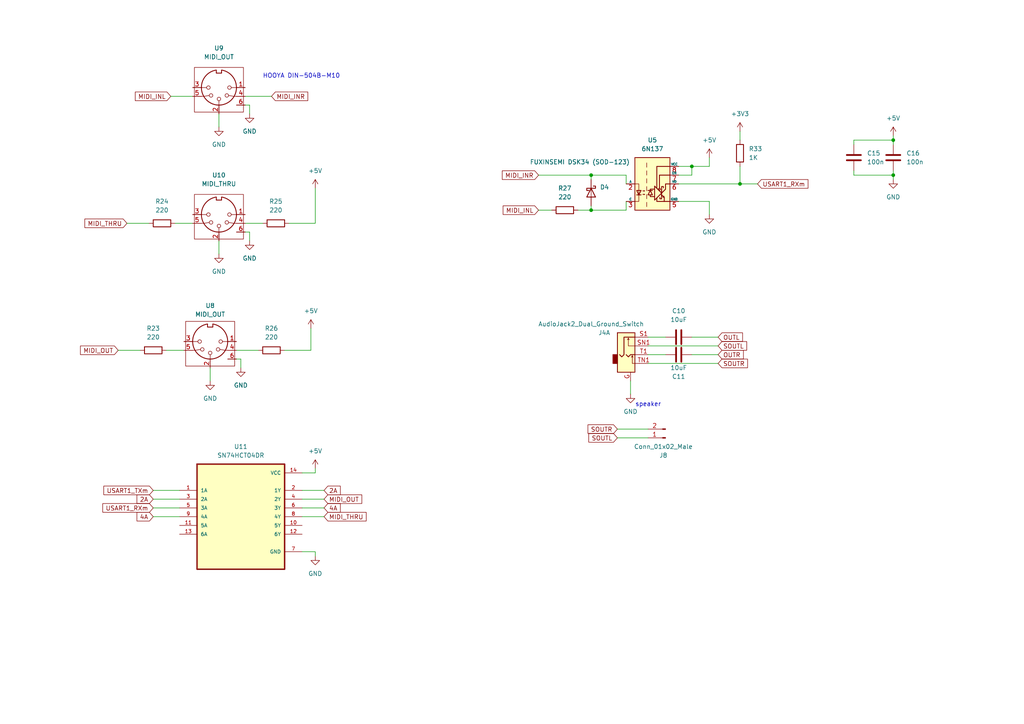
<source format=kicad_sch>
(kicad_sch (version 20211123) (generator eeschema)
  (paper "A4")
  (lib_symbols
    (symbol "Connector:AudioJack2_Dual_Ground_Switch"
      (property "Reference" "J" (at 0 11.43 0))
      (property "Value" "AudioJack2_Dual_Ground_Switch" (at 0 8.89 0))
      (symbol "AudioJack2_Dual_Ground_Switch_0_1"
        (rectangle (start -5.08 0) (end -3.81 -2.54) (stroke (width 0.254)) (fill (type outline)))
        (polyline (pts (xy -0.635 4.826) (xy -0.381 4.318)))
        (polyline (pts (xy 0.508 -0.254) (xy 0.762 -0.762)))
        (polyline (pts (xy 1.27 -2.54) (xy 2.54 -2.54)))
        (polyline (pts (xy 1.27 2.54) (xy 2.54 2.54)))
        (polyline (pts (xy 2.54 0) (xy 1.27 0)))
        (polyline (pts (xy 2.54 5.08) (xy 1.27 5.08)))
        (polyline (pts (xy -1.27 0) (xy -0.635 -0.635) (xy 0 0) (xy 1.27 0)) (stroke (width 0.254)))
        (polyline (pts (xy 1.27 -2.54) (xy 0.508 -2.54) (xy 0.508 -0.254) (xy 0.254 -0.762)))
        (polyline (pts (xy 1.27 2.54) (xy -0.635 2.54) (xy -0.635 4.826) (xy -0.889 4.318)))
        (polyline (pts (xy 1.27 5.08) (xy -1.905 5.08) (xy -1.905 0) (xy -2.54 -0.635) (xy -3.175 0)) (stroke (width 0.254)))
        (rectangle (start 1.27 6.35) (end -3.81 -5.08) (stroke (width 0.254)) (fill (type background)))
      )
      (symbol "AudioJack2_Dual_Ground_Switch_1_1"
        (pin passive line (at 0 -7.62 90) (length 2.54) (name "~") (number "G"))
        (pin passive line (at 5.08 5.08 180) (length 2.54) (name "~") (number "S1"))
        (pin passive line (at 5.08 2.54 180) (length 2.54) (name "~") (number "SN1"))
        (pin passive line (at 5.08 0 180) (length 2.54) (name "~") (number "T1"))
        (pin passive line (at 5.08 -2.54 180) (length 2.54) (name "~") (number "TN1"))
      )
      (symbol "AudioJack2_Dual_Ground_Switch_2_1"
        (pin passive line (at 5.08 5.08 180) (length 2.54) (name "~") (number "S2"))
        (pin passive line (at 5.08 2.54 180) (length 2.54) (name "~") (number "SN2"))
        (pin passive line (at 5.08 0 180) (length 2.54) (name "~") (number "T2"))
        (pin passive line (at 5.08 -2.54 180) (length 2.54) (name "~") (number "TN2"))
      )
    )
    (symbol "Connector:Conn_01x02_Male" (pin_names (offset 1.016) hide)
      (property "Reference" "J" (at 0 2.54 0))
      (property "Value" "Conn_01x02_Male" (at 0 -5.08 0))
      (symbol "Conn_01x02_Male_1_1"
        (polyline (pts (xy 1.27 -2.54) (xy 0.8636 -2.54)) (stroke (width 0.1524)))
        (polyline (pts (xy 1.27 0) (xy 0.8636 0)) (stroke (width 0.1524)))
        (rectangle (start 0.8636 -2.413) (end 0 -2.667) (stroke (width 0.1524)) (fill (type outline)))
        (rectangle (start 0.8636 0.127) (end 0 -0.127) (stroke (width 0.1524)) (fill (type outline)))
        (pin passive line (at 5.08 0 180) (length 3.81) (name "Pin_1") (number "1"))
        (pin passive line (at 5.08 -2.54 180) (length 3.81) (name "Pin_2") (number "2"))
      )
    )
    (symbol "Device:C" (pin_numbers hide) (pin_names (offset 0.254))
      (property "Reference" "C" (at 0.635 2.54 0))
      (property "Value" "C" (at 0.635 -2.54 0))
      (symbol "C_0_1"
        (polyline (pts (xy -2.032 -0.762) (xy 2.032 -0.762)) (stroke (width 0.508)))
        (polyline (pts (xy -2.032 0.762) (xy 2.032 0.762)) (stroke (width 0.508)))
      )
      (symbol "C_1_1"
        (pin passive line (at 0 3.81 270) (length 2.794) (name "~") (number "1"))
        (pin passive line (at 0 -3.81 90) (length 2.794) (name "~") (number "2"))
      )
    )
    (symbol "Device:R" (pin_numbers hide) (pin_names (offset 0))
      (property "Reference" "R" (at 2.032 0 90))
      (property "Value" "R" (at 0 0 90))
      (symbol "R_0_1"
        (rectangle (start -1.016 -2.54) (end 1.016 2.54) (stroke (width 0.254)))
      )
      (symbol "R_1_1"
        (pin passive line (at 0 3.81 270) (length 1.27) (name "~") (number "1"))
        (pin passive line (at 0 -3.81 90) (length 1.27) (name "~") (number "2"))
      )
    )
    (symbol "Diode:BAT42W-V" (pin_numbers hide) (pin_names (offset 1.016) hide)
      (property "Reference" "D" (at 0 2.54 0))
      (property "Value" "BAT42W-V" (at 0 -2.54 0))
      (symbol "BAT42W-V_0_1"
        (polyline (pts (xy 1.27 0) (xy -1.27 0)))
        (polyline (pts (xy 1.27 1.27) (xy 1.27 -1.27) (xy -1.27 0) (xy 1.27 1.27)) (stroke (width 0.254)))
        (polyline (pts (xy -1.905 0.635) (xy -1.905 1.27) (xy -1.27 1.27) (xy -1.27 -1.27) (xy -0.635 -1.27) (xy -0.635 -0.635)) (stroke (width 0.254)))
      )
      (symbol "BAT42W-V_1_1"
        (pin passive line (at -3.81 0 0) (length 2.54) (name "K") (number "1"))
        (pin passive line (at 3.81 0 180) (length 2.54) (name "A") (number "2"))
      )
    )
    (symbol "Isolator:6N137" (pin_names (offset 0))
      (property "Reference" "U" (at -4.064 8.89 0))
      (property "Value" "6N137" (at 0 -8.89 0))
      (symbol "6N137_0_1"
        (polyline (pts (xy 2.667 -3.556) (xy 2.667 -1.651)) (stroke (width 0.254)))
        (polyline (pts (xy 2.667 -2.159) (xy 2.667 -2.921)) (stroke (width 0.254)))
        (polyline (pts (xy 3.429 -3.937) (xy 3.429 -5.08)) (stroke (width 0.254)))
        (polyline (pts (xy -0.635 -3.302) (xy -0.635 -3.683) (xy 0.635 -3.683)) (stroke (width 0.254)))
        (polyline (pts (xy -0.635 -1.905) (xy -0.635 -1.524) (xy 0.508 -1.524)) (stroke (width 0.254)))
        (polyline (pts (xy 1.27 -4.064) (xy 1.27 -5.08) (xy 5.08 -5.08)) (stroke (width 0.254)))
        (polyline (pts (xy 1.27 -1.27) (xy 1.27 5.08) (xy 5.08 5.08)) (stroke (width 0.254)))
        (polyline (pts (xy 2.032 -1.27) (xy 2.032 2.54) (xy 5.08 2.54)) (stroke (width 0.254)))
        (polyline (pts (xy -5.08 -5.08) (xy -3.937 -5.08) (xy -3.937 0) (xy -5.08 0)))
        (polyline (pts (xy 2.667 -3.302) (xy 2.667 -4.318) (xy 2.159 -4.318) (xy 2.159 -3.937)) (stroke (width 0.254)))
        (polyline (pts (xy 2.667 -2.667) (xy 0.635 -4.699) (xy 0.635 -0.635) (xy 2.667 -2.667)) (stroke (width 0.254)))
        (polyline (pts (xy 2.667 -1.778) (xy 2.667 -0.762) (xy 3.175 -0.762) (xy 3.175 -1.143)) (stroke (width 0.254)))
        (polyline (pts (xy 2.794 -2.54) (xy 3.81 -1.524) (xy 3.81 0) (xy 5.08 0)) (stroke (width 0.254)))
        (polyline (pts (xy 2.667 -3.175) (xy 3.429 -3.937) (xy 3.302 -3.556) (xy 3.048 -3.81) (xy 3.429 -3.937)) (stroke (width 0.254)))
        (circle (center 2.032 -1.524) (radius 0.254) (stroke (width 0.254)))
      )
      (symbol "6N137_1_1"
        (rectangle (start -5.08 7.62) (end 5.08 -7.62) (stroke (width 0.254)) (fill (type background)))
        (polyline (pts (xy -4.572 -3.175) (xy -3.302 -3.175)) (stroke (width 0.254)))
        (polyline (pts (xy -1.651 -5.334) (xy -1.651 -6.604)))
        (polyline (pts (xy -1.651 -3.048) (xy -1.651 -4.318)))
        (polyline (pts (xy -1.651 -0.762) (xy -1.651 -2.032)))
        (polyline (pts (xy -1.651 1.524) (xy -1.651 0.254)))
        (polyline (pts (xy -1.651 3.81) (xy -1.651 2.54)))
        (polyline (pts (xy -1.651 6.096) (xy -1.651 4.826)))
        (polyline (pts (xy -1.27 -1.905) (xy 0 -1.905)) (stroke (width 0.254)))
        (polyline (pts (xy -3.937 -3.175) (xy -4.572 -1.905) (xy -3.302 -1.905) (xy -3.937 -3.175)) (stroke (width 0.254)))
        (polyline (pts (xy -0.635 -1.905) (xy -1.27 -3.175) (xy 0 -3.175) (xy -0.635 -1.905)) (stroke (width 0.254)))
        (polyline (pts (xy -2.921 -3.048) (xy -2.159 -3.048) (xy -2.54 -3.175) (xy -2.54 -2.921) (xy -2.159 -3.048)) (stroke (width 0.127)))
        (polyline (pts (xy -2.921 -2.032) (xy -2.159 -2.032) (xy -2.54 -2.159) (xy -2.54 -1.905) (xy -2.159 -2.032)) (stroke (width 0.127)))
        (pin no_connect line (at -5.08 5.08 0) (length 2.54) hide (name "NC") (number "1"))
        (pin passive line (at -7.62 0 0) (length 2.54) (name "A") (number "2"))
        (pin passive line (at -7.62 -5.08 0) (length 2.54) (name "C") (number "3"))
        (pin power_in line (at 7.62 -5.08 180) (length 2.54) (name "GND") (number "5"))
        (pin open_collector line (at 7.62 0 180) (length 2.54) (name "VO") (number "6"))
        (pin input line (at 7.62 2.54 180) (length 2.54) (name "EN") (number "7"))
        (pin power_in line (at 7.62 5.08 180) (length 2.54) (name "VCC") (number "8"))
      )
    )
    (symbol "SN74HCT04N:SN74HCT04N" (pin_names (offset 1.016))
      (property "Reference" "U" (at -12.7 16.24 0))
      (property "Value" "SN74HCT04N" (at -12.7 -19.24 0))
      (symbol "SN74HCT04N_0_0"
        (rectangle (start -12.7 -15.24) (end 12.7 15.24) (stroke (width 0.41)) (fill (type background)))
        (pin input line (at -17.78 7.62 0) (length 5.08) (name "1A") (number "1"))
        (pin output line (at 17.78 -2.54 180) (length 5.08) (name "5Y") (number "10"))
        (pin input line (at -17.78 -2.54 0) (length 5.08) (name "5A") (number "11"))
        (pin output line (at 17.78 -5.08 180) (length 5.08) (name "6Y") (number "12"))
        (pin input line (at -17.78 -5.08 0) (length 5.08) (name "6A") (number "13"))
        (pin power_in line (at 17.78 12.7 180) (length 5.08) (name "VCC") (number "14"))
        (pin output line (at 17.78 7.62 180) (length 5.08) (name "1Y") (number "2"))
        (pin input line (at -17.78 5.08 0) (length 5.08) (name "2A") (number "3"))
        (pin output line (at 17.78 5.08 180) (length 5.08) (name "2Y") (number "4"))
        (pin input line (at -17.78 2.54 0) (length 5.08) (name "3A") (number "5"))
        (pin output line (at 17.78 2.54 180) (length 5.08) (name "3Y") (number "6"))
        (pin power_in line (at 17.78 -10.16 180) (length 5.08) (name "GND") (number "7"))
        (pin output line (at 17.78 0 180) (length 5.08) (name "4Y") (number "8"))
        (pin input line (at -17.78 0 0) (length 5.08) (name "4A") (number "9"))
      )
    )
    (symbol "midi:midi5(+2)"
      (property "Reference" "U" (at 29.21 8.89 0))
      (property "Value" "midi5(+2)" (at 23.368 8.89 0))
      (symbol "midi5(+2)_0_1"
        (rectangle (start -7.112 13.208) (end 7.112 0.254))
        (arc (start -5.08 7.366) (mid 0 2.286) (end 5.08 7.366) (stroke (width 0.254)))
        (circle (center -3.048 7.366) (radius 0.508))
        (circle (center -2.286 5.08) (radius 0.508))
        (arc (start -0.762 12.446) (mid -3.8673 10.7104) (end -5.08 7.366) (stroke (width 0.254)))
        (polyline (pts (xy -5.08 7.366) (xy -3.556 7.366)))
        (polyline (pts (xy 0 2.286) (xy 0 3.556)))
        (polyline (pts (xy 5.08 7.366) (xy 3.556 7.366)))
        (polyline (pts (xy -5.08 4.826) (xy -4.318 4.826) (xy -2.794 5.08)))
        (polyline (pts (xy 5.08 4.826) (xy 4.318 4.826) (xy 2.794 5.08)))
        (polyline (pts (xy 0.762 12.319) (xy 0.762 11.557) (xy -0.762 11.557) (xy -0.762 12.319)) (stroke (width 0.254)))
        (circle (center 0 4.064) (radius 0.508))
        (circle (center 2.286 5.08) (radius 0.508))
        (circle (center 3.048 7.366) (radius 0.508))
        (arc (start 5.08 7.366) (mid 3.8597 10.7039) (end 0.762 12.446) (stroke (width 0.254)))
      )
      (symbol "midi5(+2)_1_1"
        (pin passive line (at 7.62 7.366 180) (length 2.54) (name "~") (number "1"))
        (pin passive line (at 0 -0.254 90) (length 2.54) (name "~") (number "2"))
        (pin passive line (at -7.62 7.366 0) (length 2.54) (name "~") (number "3"))
        (pin passive line (at 7.62 4.826 180) (length 2.54) (name "~") (number "4"))
        (pin passive line (at -7.62 4.826 0) (length 2.54) (name "~") (number "5"))
        (pin passive line (at 7.62 2.286 180) (length 2.54) (name "~") (number "6"))
      )
    )
    (symbol "power:+3.3V" (power) (pin_names (offset 0))
      (property "Value" "+3.3V" (at 0 3.556 0))
      (symbol "+3.3V_0_1"
        (polyline (pts (xy -0.762 1.27) (xy 0 2.54)))
        (polyline (pts (xy 0 0) (xy 0 2.54)))
        (polyline (pts (xy 0 2.54) (xy 0.762 1.27)))
      )
      (symbol "+3.3V_1_1"
        (pin power_in line (at 0 0 90) (length 0) hide (name "+3V3") (number "1"))
      )
    )
    (symbol "power:+5V" (power) (pin_names (offset 0))
      (property "Value" "+5V" (at 0 3.556 0))
      (symbol "+5V_0_1"
        (polyline (pts (xy -0.762 1.27) (xy 0 2.54)))
        (polyline (pts (xy 0 0) (xy 0 2.54)))
        (polyline (pts (xy 0 2.54) (xy 0.762 1.27)))
      )
      (symbol "+5V_1_1"
        (pin power_in line (at 0 0 90) (length 0) hide (name "+5V") (number "1"))
      )
    )
    (symbol "power:GND" (power) (pin_names (offset 0))
      (property "Value" "GND" (at 0 -3.81 0))
      (symbol "GND_0_1"
        (polyline (pts (xy 0 0) (xy 0 -1.27) (xy 1.27 -1.27) (xy 0 -2.54) (xy -1.27 -1.27) (xy 0 -1.27)))
      )
      (symbol "GND_1_1"
        (pin power_in line (at 0 0 270) (length 0) hide (name "GND") (number "1"))
      )
    )
  )
  (junction (at 214.63 53.34))
  (junction (at 171.45 50.8))
  (junction (at 171.45 60.96))
  (junction (at 259.08 40.64))
  (junction (at 200.66 48.26))
  (junction (at 259.08 50.8))
  (wire (pts (xy 171.45 59.69) (xy 171.45 60.96)))
  (wire (pts (xy 72.39 30.48) (xy 72.39 33.02)))
  (wire (pts (xy 90.17 95.25) (xy 90.17 101.6)))
  (wire (pts (xy 187.96 105.41) (xy 208.28 105.41)))
  (wire (pts (xy 82.55 101.6) (xy 90.17 101.6)))
  (wire (pts (xy 69.85 104.14) (xy 69.85 106.68)))
  (wire (pts (xy 91.44 160.02) (xy 91.44 161.29)))
  (wire (pts (xy 247.65 49.53) (xy 247.65 50.8)))
  (wire (pts (xy 44.45 147.32) (xy 52.07 147.32)))
  (wire (pts (xy 214.63 48.26) (xy 214.63 53.34)))
  (wire (pts (xy 83.82 64.77) (xy 91.44 64.77)))
  (wire (pts (xy 171.45 52.07) (xy 171.45 50.8)))
  (wire (pts (xy 200.66 48.26) (xy 205.74 48.26)))
  (wire (pts (xy 68.58 101.6) (xy 74.93 101.6)))
  (wire (pts (xy 200.66 102.87) (xy 208.28 102.87)))
  (wire (pts (xy 214.63 53.34) (xy 219.71 53.34)))
  (wire (pts (xy 247.65 50.8) (xy 259.08 50.8)))
  (wire (pts (xy 48.26 101.6) (xy 53.34 101.6)))
  (wire (pts (xy 247.65 41.91) (xy 247.65 40.64)))
  (wire (pts (xy 259.08 52.07) (xy 259.08 50.8)))
  (wire (pts (xy 259.08 40.64) (xy 259.08 41.91)))
  (wire (pts (xy 87.63 149.86) (xy 93.98 149.86)))
  (wire (pts (xy 200.66 50.8) (xy 200.66 48.26)))
  (wire (pts (xy 87.63 144.78) (xy 93.98 144.78)))
  (wire (pts (xy 167.64 60.96) (xy 171.45 60.96)))
  (wire (pts (xy 91.44 137.16) (xy 87.63 137.16)))
  (wire (pts (xy 179.07 124.46) (xy 187.96 124.46)))
  (wire (pts (xy 259.08 39.37) (xy 259.08 40.64)))
  (wire (pts (xy 247.65 40.64) (xy 259.08 40.64)))
  (wire (pts (xy 72.39 67.31) (xy 71.12 67.31)))
  (wire (pts (xy 63.5 69.85) (xy 63.5 73.66)))
  (wire (pts (xy 44.45 144.78) (xy 52.07 144.78)))
  (wire (pts (xy 44.45 142.24) (xy 52.07 142.24)))
  (wire (pts (xy 181.61 60.96) (xy 181.61 58.42)))
  (wire (pts (xy 187.96 102.87) (xy 193.04 102.87)))
  (wire (pts (xy 171.45 60.96) (xy 181.61 60.96)))
  (wire (pts (xy 34.29 101.6) (xy 40.64 101.6)))
  (wire (pts (xy 179.07 127) (xy 187.96 127)))
  (wire (pts (xy 196.85 48.26) (xy 200.66 48.26)))
  (wire (pts (xy 68.58 104.14) (xy 69.85 104.14)))
  (wire (pts (xy 182.88 110.49) (xy 182.88 114.3)))
  (wire (pts (xy 171.45 50.8) (xy 181.61 50.8)))
  (wire (pts (xy 71.12 30.48) (xy 72.39 30.48)))
  (wire (pts (xy 87.63 147.32) (xy 93.98 147.32)))
  (wire (pts (xy 156.21 60.96) (xy 160.02 60.96)))
  (wire (pts (xy 49.53 27.94) (xy 55.88 27.94)))
  (wire (pts (xy 60.96 106.68) (xy 60.96 110.49)))
  (wire (pts (xy 72.39 69.85) (xy 72.39 67.31)))
  (wire (pts (xy 187.96 97.79) (xy 193.04 97.79)))
  (wire (pts (xy 87.63 160.02) (xy 91.44 160.02)))
  (wire (pts (xy 205.74 58.42) (xy 205.74 62.23)))
  (wire (pts (xy 259.08 49.53) (xy 259.08 50.8)))
  (wire (pts (xy 196.85 53.34) (xy 214.63 53.34)))
  (wire (pts (xy 156.21 50.8) (xy 171.45 50.8)))
  (wire (pts (xy 187.96 100.33) (xy 208.28 100.33)))
  (wire (pts (xy 63.5 33.02) (xy 63.5 36.83)))
  (wire (pts (xy 91.44 54.61) (xy 91.44 64.77)))
  (wire (pts (xy 181.61 50.8) (xy 181.61 53.34)))
  (wire (pts (xy 214.63 38.1) (xy 214.63 40.64)))
  (wire (pts (xy 205.74 45.72) (xy 205.74 48.26)))
  (wire (pts (xy 71.12 27.94) (xy 78.74 27.94)))
  (wire (pts (xy 200.66 97.79) (xy 208.28 97.79)))
  (wire (pts (xy 71.12 64.77) (xy 76.2 64.77)))
  (wire (pts (xy 44.45 149.86) (xy 52.07 149.86)))
  (wire (pts (xy 196.85 58.42) (xy 205.74 58.42)))
  (wire (pts (xy 196.85 50.8) (xy 200.66 50.8)))
  (wire (pts (xy 91.44 135.89) (xy 91.44 137.16)))
  (wire (pts (xy 36.83 64.77) (xy 43.18 64.77)))
  (wire (pts (xy 87.63 142.24) (xy 93.98 142.24)))
  (wire (pts (xy 50.8 64.77) (xy 55.88 64.77)))
  (text "speaker" (at 191.77 118.11 180) (effects (font (size 1.27 1.27)) (justify right bottom)))
  (text "HOOYA DIN-504B-M10\n" (at 76.2 22.86 0) (effects (font (size 1.27 1.27)) (justify left bottom)))
  (global_label "2A" (shape input) (at 44.45 144.78 180) (property "Intersheet References" "${INTERSHEET_REFS}" (effects hide)))
  (global_label "4A" (shape input) (at 44.45 149.86 180) (property "Intersheet References" "${INTERSHEET_REFS}" (effects hide)))
  (global_label "2A" (shape input) (at 93.98 142.24 0) (property "Intersheet References" "${INTERSHEET_REFS}" (effects hide)))
  (global_label "MIDI_OUT" (shape input) (at 34.29 101.6 180) (property "Intersheet References" "${INTERSHEET_REFS}" (effects hide)))
  (global_label "SOUTR" (shape input) (at 208.28 105.41 0) (property "Intersheet References" "${INTERSHEET_REFS}" (effects hide)))
  (global_label "MIDI_THRU" (shape input) (at 93.98 149.86 0) (property "Intersheet References" "${INTERSHEET_REFS}" (effects hide)))
  (global_label "USART1_RXm" (shape input) (at 219.71 53.34 0) (property "Intersheet References" "${INTERSHEET_REFS}" (effects hide)))
  (global_label "MIDI_INL" (shape input) (at 156.21 60.96 180) (property "Intersheet References" "${INTERSHEET_REFS}" (effects hide)))
  (global_label "MIDI_OUT" (shape input) (at 93.98 144.78 0) (property "Intersheet References" "${INTERSHEET_REFS}" (effects hide)))
  (global_label "USART1_RXm" (shape input) (at 44.45 147.32 180) (property "Intersheet References" "${INTERSHEET_REFS}" (effects hide)))
  (global_label "MIDI_THRU" (shape input) (at 36.83 64.77 180) (property "Intersheet References" "${INTERSHEET_REFS}" (effects hide)))
  (global_label "OUTL" (shape input) (at 208.28 97.79 0) (property "Intersheet References" "${INTERSHEET_REFS}" (effects hide)))
  (global_label "USART1_TXm" (shape input) (at 44.45 142.24 180) (property "Intersheet References" "${INTERSHEET_REFS}" (effects hide)))
  (global_label "SOUTR" (shape input) (at 179.07 124.46 180) (property "Intersheet References" "${INTERSHEET_REFS}" (effects hide)))
  (global_label "SOUTL" (shape input) (at 179.07 127 180) (property "Intersheet References" "${INTERSHEET_REFS}" (effects hide)))
  (global_label "MIDI_INL" (shape input) (at 49.53 27.94 180) (property "Intersheet References" "${INTERSHEET_REFS}" (effects hide)))
  (global_label "SOUTL" (shape input) (at 208.28 100.33 0) (property "Intersheet References" "${INTERSHEET_REFS}" (effects hide)))
  (global_label "MIDI_INR" (shape input) (at 156.21 50.8 180) (property "Intersheet References" "${INTERSHEET_REFS}" (effects hide)))
  (global_label "OUTR" (shape input) (at 208.28 102.87 0) (property "Intersheet References" "${INTERSHEET_REFS}" (effects hide)))
  (global_label "MIDI_INR" (shape input) (at 78.74 27.94 0) (property "Intersheet References" "${INTERSHEET_REFS}" (effects hide)))
  (global_label "4A" (shape input) (at 93.98 147.32 0) (property "Intersheet References" "${INTERSHEET_REFS}" (effects hide)))
  (symbol (lib_id "midi:midi5(+2)") (at 63.5 32.766 0) (unit 1)
    (property "Reference" "U9" (at 63.5 13.97 0))
    (property "Value" "MIDI_OUT" (at 63.5 16.51 0))
    (property "Footprint" "midi:midi_7pin" (effects hide))
  )
  (symbol (lib_id "SN74HCT04N:SN74HCT04N") (at 69.85 149.86 0) (unit 1)
    (property "Reference" "U11" (at 69.85 129.54 0))
    (property "Value" "SN74HCT04DR" (at 69.85 132.08 0))
    (property "Footprint" "Package_SO:SOIC-14_3.9x8.7mm_P1.27mm" (effects hide))
  )
  (symbol (lib_id "power:GND") (at 63.5 36.83 0) (unit 1)
    (property "Reference" "#PWR013" (effects hide))
    (property "Value" "GND" (at 63.5 41.91 0))
  )
  (symbol (lib_id "power:GND") (at 72.39 33.02 0) (unit 1)
    (property "Reference" "#PWR015" (effects hide))
    (property "Value" "GND" (at 72.39 38.1 0))
  )
  (symbol (lib_id "Connector:Conn_01x02_Male") (at 193.04 127 180) (unit 1)
    (property "Reference" "J8" (at 192.405 132.08 0))
    (property "Value" "Conn_01x02_Male" (at 192.405 129.54 0))
  )
  (symbol (lib_id "Device:R") (at 44.45 101.6 90) (unit 1)
    (property "Reference" "R23" (at 44.45 95.25 90))
    (property "Value" "220" (at 44.45 97.79 90))
    (property "Footprint" "Resistor_SMD:R_0805_2012Metric_Pad1.20x1.40mm_HandSolder" (effects hide))
  )
  (symbol (lib_id "power:GND") (at 205.74 62.23 0) (unit 1)
    (property "Reference" "#PWR047" (effects hide))
    (property "Value" "GND" (at 205.74 67.31 0))
  )
  (symbol (lib_id "power:+5V") (at 259.08 39.37 0) (unit 1)
    (property "Reference" "#PWR023" (effects hide))
    (property "Value" "+5V" (at 259.08 34.29 0))
  )
  (symbol (lib_id "Isolator:6N137") (at 189.23 53.34 0) (unit 1)
    (property "Reference" "U5" (at 189.23 40.64 0))
    (property "Value" "6N137" (at 189.23 43.18 0))
    (property "Footprint" "Package_DIP:DIP-8_W7.62mm" (effects hide))
    (property "Datasheet" "https://docs.broadcom.com/docs/AV02-0940EN" (effects hide))
  )
  (symbol (lib_id "Device:R") (at 78.74 101.6 90) (unit 1)
    (property "Reference" "R26" (at 78.74 95.25 90))
    (property "Value" "220" (at 78.74 97.79 90))
    (property "Footprint" "Resistor_SMD:R_0805_2012Metric_Pad1.20x1.40mm_HandSolder" (effects hide))
  )
  (symbol (lib_id "power:GND") (at 91.44 161.29 0) (unit 1)
    (property "Reference" "#PWR020" (effects hide))
    (property "Value" "GND" (at 91.44 166.37 0))
  )
  (symbol (lib_id "Connector:AudioJack2_Dual_Ground_Switch") (at 182.88 102.87 0) (unit 1)
    (property "Reference" "J4" (at 175.26 96.52 0))
    (property "Value" "AudioJack2_Dual_Ground_Switch" (at 171.45 93.98 0))
  )
  (symbol (lib_id "power:GND") (at 259.08 52.07 0) (unit 1)
    (property "Reference" "#PWR025" (effects hide))
    (property "Value" "GND" (at 259.08 57.15 0))
  )
  (symbol (lib_id "Device:R") (at 214.63 44.45 0) (unit 1)
    (property "Reference" "R33" (at 217.17 43.1799 0) (effects (justify left)))
    (property "Value" "1K" (at 217.17 45.7199 0) (effects (justify left)))
    (property "Footprint" "Resistor_SMD:R_0805_2012Metric_Pad1.20x1.40mm_HandSolder" (effects hide))
  )
  (symbol (lib_id "power:+5V") (at 90.17 95.25 0) (unit 1)
    (property "Reference" "#PWR044" (effects hide))
    (property "Value" "+5V" (at 90.17 90.17 0))
  )
  (symbol (lib_id "power:GND") (at 63.5 73.66 0) (unit 1)
    (property "Reference" "#PWR041" (effects hide))
    (property "Value" "GND" (at 63.5 78.74 0))
  )
  (symbol (lib_id "power:GND") (at 69.85 106.68 0) (unit 1)
    (property "Reference" "#PWR014" (effects hide))
    (property "Value" "GND" (at 69.85 111.76 0))
  )
  (symbol (lib_id "midi:midi5(+2)") (at 63.5 69.596 0) (unit 1)
    (property "Reference" "U10" (at 63.5 50.8 0))
    (property "Value" "MIDI_THRU" (at 63.5 53.34 0))
    (property "Footprint" "midi:midi_7pin" (effects hide))
  )
  (symbol (lib_id "power:+3.3V") (at 214.63 38.1 0) (unit 1)
    (property "Reference" "#PWR021" (effects hide))
    (property "Value" "+3.3V" (at 214.63 33.02 0))
  )
  (symbol (lib_id "power:+5V") (at 205.74 45.72 0) (unit 1)
    (property "Reference" "#PWR046" (effects hide))
    (property "Value" "+5V" (at 205.74 40.64 0))
  )
  (symbol (lib_id "Device:R") (at 80.01 64.77 90) (unit 1)
    (property "Reference" "R25" (at 80.01 58.42 90))
    (property "Value" "220" (at 80.01 60.96 90))
    (property "Footprint" "Resistor_SMD:R_0805_2012Metric_Pad1.20x1.40mm_HandSolder" (effects hide))
  )
  (symbol (lib_id "power:+5V") (at 91.44 54.61 0) (unit 1)
    (property "Reference" "#PWR043" (effects hide))
    (property "Value" "+5V" (at 91.44 49.53 0))
  )
  (symbol (lib_id "power:GND") (at 182.88 114.3 0) (unit 1)
    (property "Reference" "#PWR045" (effects hide))
    (property "Value" "GND" (at 182.88 119.38 0))
  )
  (symbol (lib_id "Device:C") (at 247.65 45.72 0) (unit 1)
    (property "Reference" "C15" (at 251.46 44.4499 0) (effects (justify left)))
    (property "Value" "100n" (at 251.46 46.9899 0) (effects (justify left)))
    (property "Footprint" "Capacitor_SMD:C_0805_2012Metric_Pad1.18x1.45mm_HandSolder" (effects hide))
  )
  (symbol (lib_id "Diode:BAT42W-V") (at 171.45 55.88 270) (unit 1)
    (property "Reference" "D4" (at 173.99 54.2924 90) (effects (justify left)))
    (property "Value" "FUXINSEMI DSK34 (SOD-123)" (at 153.67 46.99 90) (effects (justify left)))
    (property "Footprint" "Diode_SMD:D_SOD-123" (effects hide))
    (property "Datasheet" "https://datasheet.lcsc.com/lcsc/2010271836_FUXINSEMI-DSK34_C908230.pdf" (effects hide))
  )
  (symbol (lib_id "Device:R") (at 46.99 64.77 90) (unit 1)
    (property "Reference" "R24" (at 46.99 58.42 90))
    (property "Value" "220" (at 46.99 60.96 90))
    (property "Footprint" "Resistor_SMD:R_0805_2012Metric_Pad1.20x1.40mm_HandSolder" (effects hide))
  )
  (symbol (lib_id "Device:C") (at 196.85 97.79 90) (unit 1)
    (property "Reference" "C10" (at 196.85 90.17 90))
    (property "Value" "10uF" (at 196.85 92.71 90))
    (property "Footprint" "Capacitor_SMD:C_0805_2012Metric_Pad1.18x1.45mm_HandSolder" (effects hide))
  )
  (symbol (lib_id "power:GND") (at 72.39 69.85 0) (unit 1)
    (property "Reference" "#PWR018" (effects hide))
    (property "Value" "GND" (at 72.39 74.93 0))
  )
  (symbol (lib_id "power:+5V") (at 91.44 135.89 0) (unit 1)
    (property "Reference" "#PWR019" (effects hide))
    (property "Value" "+5V" (at 91.44 130.81 0))
  )
  (symbol (lib_id "Device:C") (at 196.85 102.87 90) (unit 1)
    (property "Reference" "C11" (at 196.85 109.22 90))
    (property "Value" "10uF" (at 196.85 106.68 90))
    (property "Footprint" "Capacitor_SMD:C_0805_2012Metric_Pad1.18x1.45mm_HandSolder" (effects hide))
  )
  (symbol (lib_id "Device:R") (at 163.83 60.96 90) (unit 1)
    (property "Reference" "R27" (at 163.83 54.61 90))
    (property "Value" "220" (at 163.83 57.15 90))
    (property "Footprint" "Resistor_SMD:R_0805_2012Metric_Pad1.20x1.40mm_HandSolder" (effects hide))
  )
  (symbol (lib_id "Device:C") (at 259.08 45.72 0) (unit 1)
    (property "Reference" "C16" (at 262.89 44.4499 0) (effects (justify left)))
    (property "Value" "100n" (at 262.89 46.9899 0) (effects (justify left)))
    (property "Footprint" "Capacitor_SMD:C_0805_2012Metric_Pad1.18x1.45mm_HandSolder" (effects hide))
  )
  (symbol (lib_id "midi:midi5(+2)") (at 60.96 106.426 0) (unit 1)
    (property "Reference" "U8" (at 60.96 88.646 0))
    (property "Value" "MIDI_OUT" (at 60.96 91.186 0))
    (property "Footprint" "midi:midi_7pin" (effects hide))
  )
  (symbol (lib_id "power:GND") (at 60.96 110.49 0) (unit 1)
    (property "Reference" "#PWR042" (effects hide))
    (property "Value" "GND" (at 60.96 115.57 0))
  )
)
</source>
